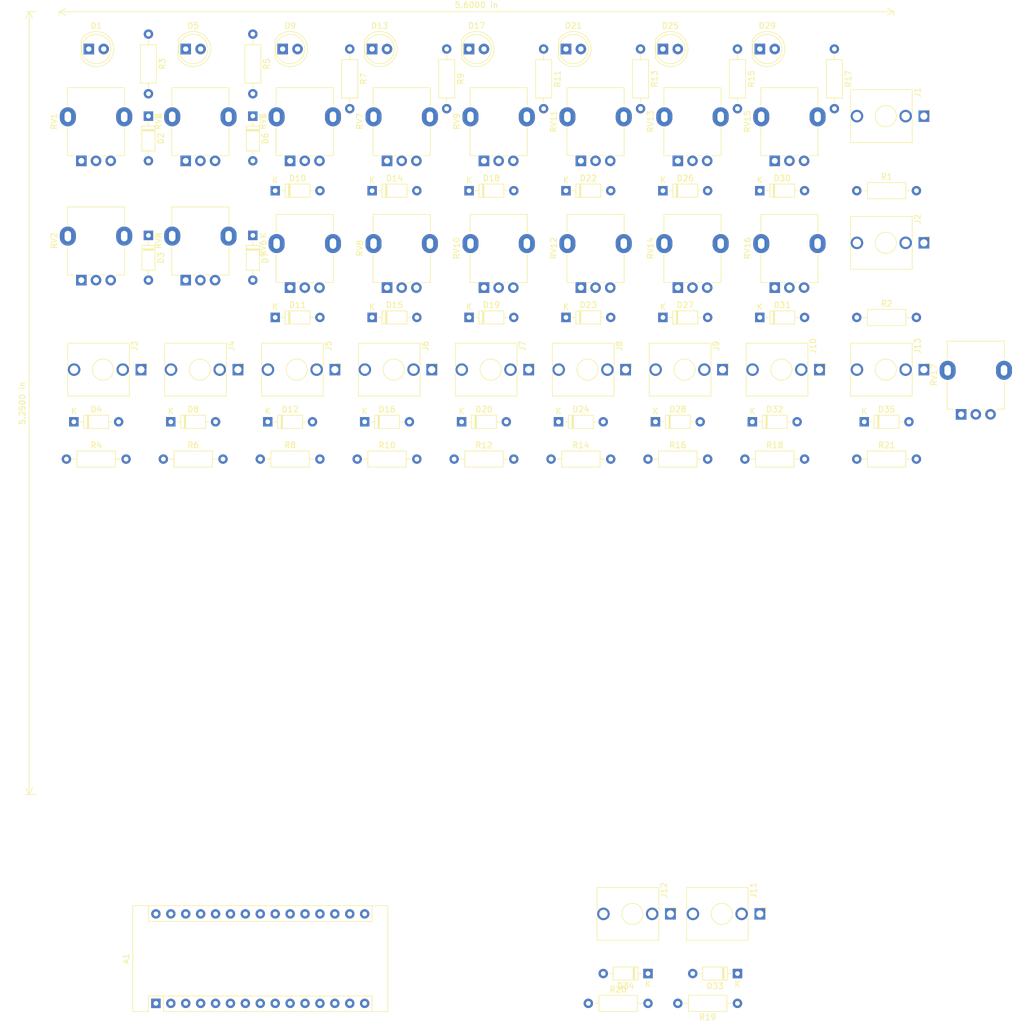
<source format=kicad_pcb>
(kicad_pcb (version 20171130) (host pcbnew "(5.1.2)-2")
  (layers (0 F.Cu signal) (31 B.Cu signal) (34 B.Paste user) (35 F.Paste user) (36 B.SilkS user) (37 F.SilkS user) (38 B.Mask user) (39 F.Mask user) (44 Edge.Cuts user))
  (net 0 "")
  (net 1 "Net-(A1-Pad16)")
  (net 2 "Net-(A1-Pad15)")
  (net 3 "Net-(A1-Pad30)")
  (net 4 "Net-(A1-Pad14)")
  (net 5 GND)
  (net 6 "Net-(A1-Pad13)")
  (net 7 "Net-(A1-Pad28)")
  (net 8 "Net-(A1-Pad12)")
  (net 9 +5V)
  (net 10 "Net-(A1-Pad11)")
  (net 11 "Net-(A1-Pad26)")
  (net 12 "Net-(A1-Pad10)")
  (net 13 "Net-(A1-Pad25)")
  (net 14 "Net-(A1-Pad9)")
  (net 15 "Net-(A1-Pad24)")
  (net 16 "Net-(A1-Pad8)")
  (net 17 "Net-(A1-Pad23)")
  (net 18 "Net-(A1-Pad7)")
  (net 19 "Net-(A1-Pad22)")
  (net 20 "Net-(A1-Pad6)")
  (net 21 "Net-(A1-Pad21)")
  (net 22 "Net-(A1-Pad5)")
  (net 23 "Net-(A1-Pad20)")
  (net 24 "Net-(A1-Pad4)")
  (net 25 "Net-(A1-Pad19)")
  (net 26 "Net-(A1-Pad3)")
  (net 27 "Net-(A1-Pad18)")
  (net 28 "Net-(A1-Pad2)")
  (net 29 "Net-(A1-Pad17)")
  (net 30 "Net-(A1-Pad1)")
  (net 31 "Net-(D2-Pad2)")
  (net 32 "Net-(D10-Pad1)")
  (net 33 "Net-(D3-Pad2)")
  (net 34 "Net-(D11-Pad1)")
  (net 35 "Net-(D4-Pad2)")
  (net 36 "Net-(D4-Pad1)")
  (net 37 "Net-(D6-Pad2)")
  (net 38 "Net-(D7-Pad2)")
  (net 39 "Net-(D8-Pad2)")
  (net 40 "Net-(D8-Pad1)")
  (net 41 "Net-(D10-Pad2)")
  (net 42 "Net-(D11-Pad2)")
  (net 43 "Net-(D12-Pad2)")
  (net 44 "Net-(D12-Pad1)")
  (net 45 "Net-(D14-Pad2)")
  (net 46 "Net-(D15-Pad2)")
  (net 47 "Net-(D16-Pad2)")
  (net 48 "Net-(D16-Pad1)")
  (net 49 "Net-(D18-Pad2)")
  (net 50 "Net-(D19-Pad2)")
  (net 51 "Net-(D20-Pad2)")
  (net 52 "Net-(D20-Pad1)")
  (net 53 "Net-(D22-Pad2)")
  (net 54 "Net-(D23-Pad2)")
  (net 55 "Net-(D24-Pad2)")
  (net 56 "Net-(D24-Pad1)")
  (net 57 "Net-(D26-Pad2)")
  (net 58 "Net-(D27-Pad2)")
  (net 59 "Net-(D28-Pad2)")
  (net 60 "Net-(D28-Pad1)")
  (net 61 "Net-(D30-Pad2)")
  (net 62 "Net-(D31-Pad2)")
  (net 63 "Net-(D32-Pad2)")
  (net 64 "Net-(D32-Pad1)")
  (net 65 "Net-(D33-Pad2)")
  (net 66 "Net-(D34-Pad2)")
  (net 67 "Net-(D35-Pad1)")
  (net 68 "Net-(D1-Pad2)")
  (net 69 "Net-(D5-Pad2)")
  (net 70 "Net-(D9-Pad2)")
  (net 71 "Net-(D13-Pad2)")
  (net 72 "Net-(D17-Pad2)")
  (net 73 "Net-(D21-Pad2)")
  (net 74 "Net-(D25-Pad2)")
  (net 75 "Net-(D29-Pad2)")
  (net 76 "Net-(J1-PadT)")
  (net 77 "Net-(J2-PadT)")
  (net 78 "Net-(J13-PadT)")
  (module Diode_THT:D_DO-35_SOD27_P7.62mm_Horizontal (layer F.Cu) (at 93.98 50.8)
    (fp_text reference D18 (at 3.81 -2.12) (layer F.SilkS))
    (fp_text value 1N4148)
    (fp_text user K (at 0 -1.8) (layer F.SilkS))
    (pad 2 thru_hole oval (at 7.62 0) (size 1.6 1.6) (drill 0.8) (layers *.Cu *.Mask) (net 49 "Net-(D18-Pad2)"))
    (pad 1 thru_hole rect (at 0 0) (size 1.6 1.6) (drill 0.8) (layers *.Cu *.Mask) (net 32 "Net-(D10-Pad1)"))
  )
  (module Diode_THT:D_DO-35_SOD27_P7.62mm_Horizontal (layer F.Cu) (at 60.96 50.8)
    (fp_text reference D10 (at 3.81 -2.12) (layer F.SilkS))
    (fp_text value 1N4148)
    (fp_text user K (at 0 -1.8) (layer F.SilkS))
    (pad 2 thru_hole oval (at 7.62 0) (size 1.6 1.6) (drill 0.8) (layers *.Cu *.Mask) (net 41 "Net-(D10-Pad2)"))
    (pad 1 thru_hole rect (at 0 0) (size 1.6 1.6) (drill 0.8) (layers *.Cu *.Mask) (net 32 "Net-(D10-Pad1)"))
  )
  (module Diode_THT:D_DO-35_SOD27_P7.62mm_Horizontal (layer F.Cu) (at 57.15 38.1 270)
    (fp_text reference D6 (at 3.81 -2.12 90) (layer F.SilkS))
    (fp_text value 1N4148)
    (fp_text user K (at 0 -1.8 90) (layer F.SilkS))
    (pad 2 thru_hole oval (at 7.62 0 270) (size 1.6 1.6) (drill 0.8) (layers *.Cu *.Mask) (net 37 "Net-(D6-Pad2)"))
    (pad 1 thru_hole rect (at 0 0 270) (size 1.6 1.6) (drill 0.8) (layers *.Cu *.Mask) (net 32 "Net-(D10-Pad1)"))
  )
  (module Diode_THT:D_DO-35_SOD27_P7.62mm_Horizontal (layer F.Cu) (at 77.47 50.8)
    (fp_text reference D14 (at 3.81 -2.12) (layer F.SilkS))
    (fp_text value 1N4148)
    (fp_text user K (at 0 -1.8) (layer F.SilkS))
    (pad 2 thru_hole oval (at 7.62 0) (size 1.6 1.6) (drill 0.8) (layers *.Cu *.Mask) (net 45 "Net-(D14-Pad2)"))
    (pad 1 thru_hole rect (at 0 0) (size 1.6 1.6) (drill 0.8) (layers *.Cu *.Mask) (net 32 "Net-(D10-Pad1)"))
  )
  (module Diode_THT:D_DO-35_SOD27_P7.62mm_Horizontal (layer F.Cu) (at 39.37 38.1 270)
    (fp_text reference D2 (at 3.81 -2.12 90) (layer F.SilkS))
    (fp_text value 1N4148)
    (fp_text user K (at 0 -1.8 90) (layer F.SilkS))
    (pad 2 thru_hole oval (at 7.62 0 270) (size 1.6 1.6) (drill 0.8) (layers *.Cu *.Mask) (net 31 "Net-(D2-Pad2)"))
    (pad 1 thru_hole rect (at 0 0 270) (size 1.6 1.6) (drill 0.8) (layers *.Cu *.Mask) (net 32 "Net-(D10-Pad1)"))
  )
  (module Resistor_THT:R_Axial_DIN0207_L6.3mm_D2.5mm_P10.16mm_Horizontal (layer F.Cu) (at 160.02 50.8)
    (fp_text reference R1 (at 5.08 -2.37) (layer F.SilkS))
    (fp_text value 1k)
    (pad 2 thru_hole oval (at 10.16 0) (size 1.6 1.6) (drill 0.8) (layers *.Cu *.Mask) (net 76 "Net-(J1-PadT)"))
    (pad 1 thru_hole circle (at 0 0) (size 1.6 1.6) (drill 0.8) (layers *.Cu *.Mask) (net 32 "Net-(D10-Pad1)"))
  )
  (module Diode_THT:D_DO-35_SOD27_P7.62mm_Horizontal (layer F.Cu) (at 127 50.8)
    (fp_text reference D26 (at 3.81 -2.12) (layer F.SilkS))
    (fp_text value 1N4148)
    (fp_text user K (at 0 -1.8) (layer F.SilkS))
    (pad 2 thru_hole oval (at 7.62 0) (size 1.6 1.6) (drill 0.8) (layers *.Cu *.Mask) (net 57 "Net-(D26-Pad2)"))
    (pad 1 thru_hole rect (at 0 0) (size 1.6 1.6) (drill 0.8) (layers *.Cu *.Mask) (net 32 "Net-(D10-Pad1)"))
  )
  (module Diode_THT:D_DO-35_SOD27_P7.62mm_Horizontal (layer F.Cu) (at 143.51 50.8)
    (fp_text reference D30 (at 3.81 -2.12) (layer F.SilkS))
    (fp_text value 1N4148)
    (fp_text user K (at 0 -1.8) (layer F.SilkS))
    (pad 2 thru_hole oval (at 7.62 0) (size 1.6 1.6) (drill 0.8) (layers *.Cu *.Mask) (net 61 "Net-(D30-Pad2)"))
    (pad 1 thru_hole rect (at 0 0) (size 1.6 1.6) (drill 0.8) (layers *.Cu *.Mask) (net 32 "Net-(D10-Pad1)"))
  )
  (module Diode_THT:D_DO-35_SOD27_P7.62mm_Horizontal (layer F.Cu) (at 110.49 50.8)
    (fp_text reference D22 (at 3.81 -2.12) (layer F.SilkS))
    (fp_text value 1N4148)
    (fp_text user K (at 0 -1.8) (layer F.SilkS))
    (pad 2 thru_hole oval (at 7.62 0) (size 1.6 1.6) (drill 0.8) (layers *.Cu *.Mask) (net 53 "Net-(D22-Pad2)"))
    (pad 1 thru_hole rect (at 0 0) (size 1.6 1.6) (drill 0.8) (layers *.Cu *.Mask) (net 32 "Net-(D10-Pad1)"))
  )
  (module Potentiometer_THT:Potentiometer_Alpha_RD901F-40-00D_Single_Vertical (layer F.Cu) (at 177.8 88.9 90)
    (fp_text reference RV17 (at 6.71 -4.64 270) (layer F.SilkS))
    (fp_text value "100k Lin")
    (pad "" thru_hole oval (at 7.5 -2.3 180) (size 2.72 3.24) (drill oval 1.1 1.8) (layers *.Cu *.Mask))
    (pad "" thru_hole oval (at 7.5 7.3 180) (size 2.72 3.24) (drill oval 1.1 1.8) (layers *.Cu *.Mask))
    (pad 3 thru_hole circle (at 0 5 180) (size 1.8 1.8) (drill 1) (layers *.Cu *.Mask) (net 9 +5V))
    (pad 2 thru_hole circle (at 0 2.5 180) (size 1.8 1.8) (drill 1) (layers *.Cu *.Mask) (net 23 "Net-(A1-Pad20)"))
    (pad 1 thru_hole rect (at 0 0 180) (size 1.8 1.8) (drill 1) (layers *.Cu *.Mask) (net 5 GND))
  )
  (module Potentiometer_THT:Potentiometer_Alpha_RD901F-40-00D_Single_Vertical (layer F.Cu) (at 146.05 67.31 90)
    (fp_text reference RV16 (at 6.71 -4.64 270) (layer F.SilkS))
    (fp_text value "100k Lin")
    (pad "" thru_hole oval (at 7.5 -2.3 180) (size 2.72 3.24) (drill oval 1.1 1.8) (layers *.Cu *.Mask))
    (pad "" thru_hole oval (at 7.5 7.3 180) (size 2.72 3.24) (drill oval 1.1 1.8) (layers *.Cu *.Mask))
    (pad 3 thru_hole circle (at 0 5 180) (size 1.8 1.8) (drill 1) (layers *.Cu *.Mask) (net 8 "Net-(A1-Pad12)"))
    (pad 2 thru_hole circle (at 0 2.5 180) (size 1.8 1.8) (drill 1) (layers *.Cu *.Mask) (net 62 "Net-(D31-Pad2)"))
    (pad 1 thru_hole rect (at 0 0 180) (size 1.8 1.8) (drill 1) (layers *.Cu *.Mask) (net 5 GND))
  )
  (module Potentiometer_THT:Potentiometer_Alpha_RD901F-40-00D_Single_Vertical (layer F.Cu) (at 146.05 45.72 90)
    (fp_text reference RV15 (at 6.71 -4.64 270) (layer F.SilkS))
    (fp_text value "100k Lin")
    (pad "" thru_hole oval (at 7.5 -2.3 180) (size 2.72 3.24) (drill oval 1.1 1.8) (layers *.Cu *.Mask))
    (pad "" thru_hole oval (at 7.5 7.3 180) (size 2.72 3.24) (drill oval 1.1 1.8) (layers *.Cu *.Mask))
    (pad 3 thru_hole circle (at 0 5 180) (size 1.8 1.8) (drill 1) (layers *.Cu *.Mask) (net 8 "Net-(A1-Pad12)"))
    (pad 2 thru_hole circle (at 0 2.5 180) (size 1.8 1.8) (drill 1) (layers *.Cu *.Mask) (net 61 "Net-(D30-Pad2)"))
    (pad 1 thru_hole rect (at 0 0 180) (size 1.8 1.8) (drill 1) (layers *.Cu *.Mask) (net 5 GND))
  )
  (module Potentiometer_THT:Potentiometer_Alpha_RD901F-40-00D_Single_Vertical (layer F.Cu) (at 129.54 67.31 90)
    (fp_text reference RV14 (at 6.71 -4.64 270) (layer F.SilkS))
    (fp_text value "100k Lin")
    (pad "" thru_hole oval (at 7.5 -2.3 180) (size 2.72 3.24) (drill oval 1.1 1.8) (layers *.Cu *.Mask))
    (pad "" thru_hole oval (at 7.5 7.3 180) (size 2.72 3.24) (drill oval 1.1 1.8) (layers *.Cu *.Mask))
    (pad 3 thru_hole circle (at 0 5 180) (size 1.8 1.8) (drill 1) (layers *.Cu *.Mask) (net 10 "Net-(A1-Pad11)"))
    (pad 2 thru_hole circle (at 0 2.5 180) (size 1.8 1.8) (drill 1) (layers *.Cu *.Mask) (net 58 "Net-(D27-Pad2)"))
    (pad 1 thru_hole rect (at 0 0 180) (size 1.8 1.8) (drill 1) (layers *.Cu *.Mask) (net 5 GND))
  )
  (module Potentiometer_THT:Potentiometer_Alpha_RD901F-40-00D_Single_Vertical (layer F.Cu) (at 129.54 45.72 90)
    (fp_text reference RV13 (at 6.71 -4.64 270) (layer F.SilkS))
    (fp_text value "100k Lin")
    (pad "" thru_hole oval (at 7.5 -2.3 180) (size 2.72 3.24) (drill oval 1.1 1.8) (layers *.Cu *.Mask))
    (pad "" thru_hole oval (at 7.5 7.3 180) (size 2.72 3.24) (drill oval 1.1 1.8) (layers *.Cu *.Mask))
    (pad 3 thru_hole circle (at 0 5 180) (size 1.8 1.8) (drill 1) (layers *.Cu *.Mask) (net 10 "Net-(A1-Pad11)"))
    (pad 2 thru_hole circle (at 0 2.5 180) (size 1.8 1.8) (drill 1) (layers *.Cu *.Mask) (net 57 "Net-(D26-Pad2)"))
    (pad 1 thru_hole rect (at 0 0 180) (size 1.8 1.8) (drill 1) (layers *.Cu *.Mask) (net 5 GND))
  )
  (module Potentiometer_THT:Potentiometer_Alpha_RD901F-40-00D_Single_Vertical (layer F.Cu) (at 113.03 67.31 90)
    (fp_text reference RV12 (at 6.71 -4.64 270) (layer F.SilkS))
    (fp_text value "100k Lin")
    (pad "" thru_hole oval (at 7.5 -2.3 180) (size 2.72 3.24) (drill oval 1.1 1.8) (layers *.Cu *.Mask))
    (pad "" thru_hole oval (at 7.5 7.3 180) (size 2.72 3.24) (drill oval 1.1 1.8) (layers *.Cu *.Mask))
    (pad 3 thru_hole circle (at 0 5 180) (size 1.8 1.8) (drill 1) (layers *.Cu *.Mask) (net 12 "Net-(A1-Pad10)"))
    (pad 2 thru_hole circle (at 0 2.5 180) (size 1.8 1.8) (drill 1) (layers *.Cu *.Mask) (net 54 "Net-(D23-Pad2)"))
    (pad 1 thru_hole rect (at 0 0 180) (size 1.8 1.8) (drill 1) (layers *.Cu *.Mask) (net 5 GND))
  )
  (module Potentiometer_THT:Potentiometer_Alpha_RD901F-40-00D_Single_Vertical (layer F.Cu) (at 113.03 45.72 90)
    (fp_text reference RV11 (at 6.71 -4.64 270) (layer F.SilkS))
    (fp_text value "100k Lin")
    (pad "" thru_hole oval (at 7.5 -2.3 180) (size 2.72 3.24) (drill oval 1.1 1.8) (layers *.Cu *.Mask))
    (pad "" thru_hole oval (at 7.5 7.3 180) (size 2.72 3.24) (drill oval 1.1 1.8) (layers *.Cu *.Mask))
    (pad 3 thru_hole circle (at 0 5 180) (size 1.8 1.8) (drill 1) (layers *.Cu *.Mask) (net 12 "Net-(A1-Pad10)"))
    (pad 2 thru_hole circle (at 0 2.5 180) (size 1.8 1.8) (drill 1) (layers *.Cu *.Mask) (net 53 "Net-(D22-Pad2)"))
    (pad 1 thru_hole rect (at 0 0 180) (size 1.8 1.8) (drill 1) (layers *.Cu *.Mask) (net 5 GND))
  )
  (module Potentiometer_THT:Potentiometer_Alpha_RD901F-40-00D_Single_Vertical (layer F.Cu) (at 96.52 67.31 90)
    (fp_text reference RV10 (at 6.71 -4.64 270) (layer F.SilkS))
    (fp_text value "100k Lin")
    (pad "" thru_hole oval (at 7.5 -2.3 180) (size 2.72 3.24) (drill oval 1.1 1.8) (layers *.Cu *.Mask))
    (pad "" thru_hole oval (at 7.5 7.3 180) (size 2.72 3.24) (drill oval 1.1 1.8) (layers *.Cu *.Mask))
    (pad 3 thru_hole circle (at 0 5 180) (size 1.8 1.8) (drill 1) (layers *.Cu *.Mask) (net 14 "Net-(A1-Pad9)"))
    (pad 2 thru_hole circle (at 0 2.5 180) (size 1.8 1.8) (drill 1) (layers *.Cu *.Mask) (net 50 "Net-(D19-Pad2)"))
    (pad 1 thru_hole rect (at 0 0 180) (size 1.8 1.8) (drill 1) (layers *.Cu *.Mask) (net 5 GND))
  )
  (module Potentiometer_THT:Potentiometer_Alpha_RD901F-40-00D_Single_Vertical (layer F.Cu) (at 96.52 45.72 90)
    (fp_text reference RV9 (at 6.71 -4.64 270) (layer F.SilkS))
    (fp_text value "100k Lin")
    (pad "" thru_hole oval (at 7.5 -2.3 180) (size 2.72 3.24) (drill oval 1.1 1.8) (layers *.Cu *.Mask))
    (pad "" thru_hole oval (at 7.5 7.3 180) (size 2.72 3.24) (drill oval 1.1 1.8) (layers *.Cu *.Mask))
    (pad 3 thru_hole circle (at 0 5 180) (size 1.8 1.8) (drill 1) (layers *.Cu *.Mask) (net 14 "Net-(A1-Pad9)"))
    (pad 2 thru_hole circle (at 0 2.5 180) (size 1.8 1.8) (drill 1) (layers *.Cu *.Mask) (net 49 "Net-(D18-Pad2)"))
    (pad 1 thru_hole rect (at 0 0 180) (size 1.8 1.8) (drill 1) (layers *.Cu *.Mask) (net 5 GND))
  )
  (module Potentiometer_THT:Potentiometer_Alpha_RD901F-40-00D_Single_Vertical (layer F.Cu) (at 80.01 67.31 90)
    (fp_text reference RV8 (at 6.71 -4.64 270) (layer F.SilkS))
    (fp_text value "100k Lin")
    (pad "" thru_hole oval (at 7.5 -2.3 180) (size 2.72 3.24) (drill oval 1.1 1.8) (layers *.Cu *.Mask))
    (pad "" thru_hole oval (at 7.5 7.3 180) (size 2.72 3.24) (drill oval 1.1 1.8) (layers *.Cu *.Mask))
    (pad 3 thru_hole circle (at 0 5 180) (size 1.8 1.8) (drill 1) (layers *.Cu *.Mask) (net 16 "Net-(A1-Pad8)"))
    (pad 2 thru_hole circle (at 0 2.5 180) (size 1.8 1.8) (drill 1) (layers *.Cu *.Mask) (net 46 "Net-(D15-Pad2)"))
    (pad 1 thru_hole rect (at 0 0 180) (size 1.8 1.8) (drill 1) (layers *.Cu *.Mask) (net 5 GND))
  )
  (module Potentiometer_THT:Potentiometer_Alpha_RD901F-40-00D_Single_Vertical (layer F.Cu) (at 80.01 45.72 90)
    (fp_text reference RV7 (at 6.71 -4.64 270) (layer F.SilkS))
    (fp_text value "100k Lin")
    (pad "" thru_hole oval (at 7.5 -2.3 180) (size 2.72 3.24) (drill oval 1.1 1.8) (layers *.Cu *.Mask))
    (pad "" thru_hole oval (at 7.5 7.3 180) (size 2.72 3.24) (drill oval 1.1 1.8) (layers *.Cu *.Mask))
    (pad 3 thru_hole circle (at 0 5 180) (size 1.8 1.8) (drill 1) (layers *.Cu *.Mask) (net 16 "Net-(A1-Pad8)"))
    (pad 2 thru_hole circle (at 0 2.5 180) (size 1.8 1.8) (drill 1) (layers *.Cu *.Mask) (net 45 "Net-(D14-Pad2)"))
    (pad 1 thru_hole rect (at 0 0 180) (size 1.8 1.8) (drill 1) (layers *.Cu *.Mask) (net 5 GND))
  )
  (module Potentiometer_THT:Potentiometer_Alpha_RD901F-40-00D_Single_Vertical (layer F.Cu) (at 63.5 67.31 90)
    (fp_text reference RV6 (at 6.71 -4.64 270) (layer F.SilkS))
    (fp_text value "100k Lin")
    (pad "" thru_hole oval (at 7.5 -2.3 180) (size 2.72 3.24) (drill oval 1.1 1.8) (layers *.Cu *.Mask))
    (pad "" thru_hole oval (at 7.5 7.3 180) (size 2.72 3.24) (drill oval 1.1 1.8) (layers *.Cu *.Mask))
    (pad 3 thru_hole circle (at 0 5 180) (size 1.8 1.8) (drill 1) (layers *.Cu *.Mask) (net 18 "Net-(A1-Pad7)"))
    (pad 2 thru_hole circle (at 0 2.5 180) (size 1.8 1.8) (drill 1) (layers *.Cu *.Mask) (net 42 "Net-(D11-Pad2)"))
    (pad 1 thru_hole rect (at 0 0 180) (size 1.8 1.8) (drill 1) (layers *.Cu *.Mask) (net 5 GND))
  )
  (module Potentiometer_THT:Potentiometer_Alpha_RD901F-40-00D_Single_Vertical (layer F.Cu) (at 63.5 45.72 90)
    (fp_text reference RV5 (at 6.71 -4.64 270) (layer F.SilkS))
    (fp_text value "100k Lin")
    (pad "" thru_hole oval (at 7.5 -2.3 180) (size 2.72 3.24) (drill oval 1.1 1.8) (layers *.Cu *.Mask))
    (pad "" thru_hole oval (at 7.5 7.3 180) (size 2.72 3.24) (drill oval 1.1 1.8) (layers *.Cu *.Mask))
    (pad 3 thru_hole circle (at 0 5 180) (size 1.8 1.8) (drill 1) (layers *.Cu *.Mask) (net 18 "Net-(A1-Pad7)"))
    (pad 2 thru_hole circle (at 0 2.5 180) (size 1.8 1.8) (drill 1) (layers *.Cu *.Mask) (net 41 "Net-(D10-Pad2)"))
    (pad 1 thru_hole rect (at 0 0 180) (size 1.8 1.8) (drill 1) (layers *.Cu *.Mask) (net 5 GND))
  )
  (module Potentiometer_THT:Potentiometer_Alpha_RD901F-40-00D_Single_Vertical (layer F.Cu) (at 45.72 66.04 90)
    (fp_text reference RV4 (at 6.71 -4.64 270) (layer F.SilkS))
    (fp_text value "100k Lin")
    (pad "" thru_hole oval (at 7.5 -2.3 180) (size 2.72 3.24) (drill oval 1.1 1.8) (layers *.Cu *.Mask))
    (pad "" thru_hole oval (at 7.5 7.3 180) (size 2.72 3.24) (drill oval 1.1 1.8) (layers *.Cu *.Mask))
    (pad 3 thru_hole circle (at 0 5 180) (size 1.8 1.8) (drill 1) (layers *.Cu *.Mask) (net 20 "Net-(A1-Pad6)"))
    (pad 2 thru_hole circle (at 0 2.5 180) (size 1.8 1.8) (drill 1) (layers *.Cu *.Mask) (net 38 "Net-(D7-Pad2)"))
    (pad 1 thru_hole rect (at 0 0 180) (size 1.8 1.8) (drill 1) (layers *.Cu *.Mask) (net 5 GND))
  )
  (module Potentiometer_THT:Potentiometer_Alpha_RD901F-40-00D_Single_Vertical (layer F.Cu) (at 45.72 45.72 90)
    (fp_text reference RV3 (at 6.71 -4.64 270) (layer F.SilkS))
    (fp_text value "100k Lin")
    (pad "" thru_hole oval (at 7.5 -2.3 180) (size 2.72 3.24) (drill oval 1.1 1.8) (layers *.Cu *.Mask))
    (pad "" thru_hole oval (at 7.5 7.3 180) (size 2.72 3.24) (drill oval 1.1 1.8) (layers *.Cu *.Mask))
    (pad 3 thru_hole circle (at 0 5 180) (size 1.8 1.8) (drill 1) (layers *.Cu *.Mask) (net 20 "Net-(A1-Pad6)"))
    (pad 2 thru_hole circle (at 0 2.5 180) (size 1.8 1.8) (drill 1) (layers *.Cu *.Mask) (net 37 "Net-(D6-Pad2)"))
    (pad 1 thru_hole rect (at 0 0 180) (size 1.8 1.8) (drill 1) (layers *.Cu *.Mask) (net 5 GND))
  )
  (module Potentiometer_THT:Potentiometer_Alpha_RD901F-40-00D_Single_Vertical (layer F.Cu) (at 27.94 66.04 90)
    (fp_text reference RV2 (at 6.71 -4.64 270) (layer F.SilkS))
    (fp_text value "100k Lin")
    (pad "" thru_hole oval (at 7.5 -2.3 180) (size 2.72 3.24) (drill oval 1.1 1.8) (layers *.Cu *.Mask))
    (pad "" thru_hole oval (at 7.5 7.3 180) (size 2.72 3.24) (drill oval 1.1 1.8) (layers *.Cu *.Mask))
    (pad 3 thru_hole circle (at 0 5 180) (size 1.8 1.8) (drill 1) (layers *.Cu *.Mask) (net 22 "Net-(A1-Pad5)"))
    (pad 2 thru_hole circle (at 0 2.5 180) (size 1.8 1.8) (drill 1) (layers *.Cu *.Mask) (net 33 "Net-(D3-Pad2)"))
    (pad 1 thru_hole rect (at 0 0 180) (size 1.8 1.8) (drill 1) (layers *.Cu *.Mask) (net 5 GND))
  )
  (module Potentiometer_THT:Potentiometer_Alpha_RD901F-40-00D_Single_Vertical (layer F.Cu) (at 27.94 45.72 90)
    (fp_text reference RV1 (at 6.71 -4.64 270) (layer F.SilkS))
    (fp_text value "100k Lin")
    (pad "" thru_hole oval (at 7.5 -2.3 180) (size 2.72 3.24) (drill oval 1.1 1.8) (layers *.Cu *.Mask))
    (pad "" thru_hole oval (at 7.5 7.3 180) (size 2.72 3.24) (drill oval 1.1 1.8) (layers *.Cu *.Mask))
    (pad 3 thru_hole circle (at 0 5 180) (size 1.8 1.8) (drill 1) (layers *.Cu *.Mask) (net 22 "Net-(A1-Pad5)"))
    (pad 2 thru_hole circle (at 0 2.5 180) (size 1.8 1.8) (drill 1) (layers *.Cu *.Mask) (net 31 "Net-(D2-Pad2)"))
    (pad 1 thru_hole rect (at 0 0 180) (size 1.8 1.8) (drill 1) (layers *.Cu *.Mask) (net 5 GND))
  )
  (module Resistor_THT:R_Axial_DIN0207_L6.3mm_D2.5mm_P10.16mm_Horizontal (layer F.Cu) (at 160.02 96.52)
    (fp_text reference R21 (at 5.08 -2.37) (layer F.SilkS))
    (fp_text value 1k)
    (pad 2 thru_hole oval (at 10.16 0) (size 1.6 1.6) (drill 0.8) (layers *.Cu *.Mask) (net 67 "Net-(D35-Pad1)"))
    (pad 1 thru_hole circle (at 0 0) (size 1.6 1.6) (drill 0.8) (layers *.Cu *.Mask) (net 78 "Net-(J13-PadT)"))
  )
  (module Resistor_THT:R_Axial_DIN0207_L6.3mm_D2.5mm_P10.16mm_Horizontal (layer F.Cu) (at 114.3 189.23)
    (fp_text reference R20 (at 5.08 -2.37) (layer F.SilkS))
    (fp_text value 10k)
    (pad 2 thru_hole oval (at 10.16 0) (size 1.6 1.6) (drill 0.8) (layers *.Cu *.Mask) (net 66 "Net-(D34-Pad2)"))
    (pad 1 thru_hole circle (at 0 0) (size 1.6 1.6) (drill 0.8) (layers *.Cu *.Mask) (net 5 GND))
  )
  (module Resistor_THT:R_Axial_DIN0207_L6.3mm_D2.5mm_P10.16mm_Horizontal (layer F.Cu) (at 139.7 189.23 180)
    (fp_text reference R19 (at 5.08 -2.37) (layer F.SilkS))
    (fp_text value 10k)
    (pad 2 thru_hole oval (at 10.16 0 180) (size 1.6 1.6) (drill 0.8) (layers *.Cu *.Mask) (net 65 "Net-(D33-Pad2)"))
    (pad 1 thru_hole circle (at 0 0 180) (size 1.6 1.6) (drill 0.8) (layers *.Cu *.Mask) (net 5 GND))
  )
  (module Resistor_THT:R_Axial_DIN0207_L6.3mm_D2.5mm_P10.16mm_Horizontal (layer F.Cu) (at 140.97 96.52)
    (fp_text reference R18 (at 5.08 -2.37) (layer F.SilkS))
    (fp_text value 1k)
    (pad 2 thru_hole oval (at 10.16 0) (size 1.6 1.6) (drill 0.8) (layers *.Cu *.Mask) (net 63 "Net-(D32-Pad2)"))
    (pad 1 thru_hole circle (at 0 0) (size 1.6 1.6) (drill 0.8) (layers *.Cu *.Mask) (net 8 "Net-(A1-Pad12)"))
  )
  (module Resistor_THT:R_Axial_DIN0207_L6.3mm_D2.5mm_P10.16mm_Horizontal (layer F.Cu) (at 156.21 26.67 270)
    (fp_text reference R17 (at 5.08 -2.37 90) (layer F.SilkS))
    (fp_text value 1k)
    (pad 2 thru_hole oval (at 10.16 0 270) (size 1.6 1.6) (drill 0.8) (layers *.Cu *.Mask) (net 8 "Net-(A1-Pad12)"))
    (pad 1 thru_hole circle (at 0 0 270) (size 1.6 1.6) (drill 0.8) (layers *.Cu *.Mask) (net 75 "Net-(D29-Pad2)"))
  )
  (module Resistor_THT:R_Axial_DIN0207_L6.3mm_D2.5mm_P10.16mm_Horizontal (layer F.Cu) (at 124.46 96.52)
    (fp_text reference R16 (at 5.08 -2.37) (layer F.SilkS))
    (fp_text value 1k)
    (pad 2 thru_hole oval (at 10.16 0) (size 1.6 1.6) (drill 0.8) (layers *.Cu *.Mask) (net 59 "Net-(D28-Pad2)"))
    (pad 1 thru_hole circle (at 0 0) (size 1.6 1.6) (drill 0.8) (layers *.Cu *.Mask) (net 10 "Net-(A1-Pad11)"))
  )
  (module Resistor_THT:R_Axial_DIN0207_L6.3mm_D2.5mm_P10.16mm_Horizontal (layer F.Cu) (at 139.7 26.67 270)
    (fp_text reference R15 (at 5.08 -2.37 90) (layer F.SilkS))
    (fp_text value 1k)
    (pad 2 thru_hole oval (at 10.16 0 270) (size 1.6 1.6) (drill 0.8) (layers *.Cu *.Mask) (net 10 "Net-(A1-Pad11)"))
    (pad 1 thru_hole circle (at 0 0 270) (size 1.6 1.6) (drill 0.8) (layers *.Cu *.Mask) (net 74 "Net-(D25-Pad2)"))
  )
  (module Resistor_THT:R_Axial_DIN0207_L6.3mm_D2.5mm_P10.16mm_Horizontal (layer F.Cu) (at 107.95 96.52)
    (fp_text reference R14 (at 5.08 -2.37) (layer F.SilkS))
    (fp_text value 1k)
    (pad 2 thru_hole oval (at 10.16 0) (size 1.6 1.6) (drill 0.8) (layers *.Cu *.Mask) (net 55 "Net-(D24-Pad2)"))
    (pad 1 thru_hole circle (at 0 0) (size 1.6 1.6) (drill 0.8) (layers *.Cu *.Mask) (net 12 "Net-(A1-Pad10)"))
  )
  (module Resistor_THT:R_Axial_DIN0207_L6.3mm_D2.5mm_P10.16mm_Horizontal (layer F.Cu) (at 123.19 26.67 270)
    (fp_text reference R13 (at 5.08 -2.37 90) (layer F.SilkS))
    (fp_text value 1k)
    (pad 2 thru_hole oval (at 10.16 0 270) (size 1.6 1.6) (drill 0.8) (layers *.Cu *.Mask) (net 12 "Net-(A1-Pad10)"))
    (pad 1 thru_hole circle (at 0 0 270) (size 1.6 1.6) (drill 0.8) (layers *.Cu *.Mask) (net 73 "Net-(D21-Pad2)"))
  )
  (module Resistor_THT:R_Axial_DIN0207_L6.3mm_D2.5mm_P10.16mm_Horizontal (layer F.Cu) (at 91.44 96.52)
    (fp_text reference R12 (at 5.08 -2.37) (layer F.SilkS))
    (fp_text value 1k)
    (pad 2 thru_hole oval (at 10.16 0) (size 1.6 1.6) (drill 0.8) (layers *.Cu *.Mask) (net 51 "Net-(D20-Pad2)"))
    (pad 1 thru_hole circle (at 0 0) (size 1.6 1.6) (drill 0.8) (layers *.Cu *.Mask) (net 14 "Net-(A1-Pad9)"))
  )
  (module Resistor_THT:R_Axial_DIN0207_L6.3mm_D2.5mm_P10.16mm_Horizontal (layer F.Cu) (at 106.68 26.67 270)
    (fp_text reference R11 (at 5.08 -2.37 90) (layer F.SilkS))
    (fp_text value 1k)
    (pad 2 thru_hole oval (at 10.16 0 270) (size 1.6 1.6) (drill 0.8) (layers *.Cu *.Mask) (net 14 "Net-(A1-Pad9)"))
    (pad 1 thru_hole circle (at 0 0 270) (size 1.6 1.6) (drill 0.8) (layers *.Cu *.Mask) (net 72 "Net-(D17-Pad2)"))
  )
  (module Resistor_THT:R_Axial_DIN0207_L6.3mm_D2.5mm_P10.16mm_Horizontal (layer F.Cu) (at 74.93 96.52)
    (fp_text reference R10 (at 5.08 -2.37) (layer F.SilkS))
    (fp_text value 1k)
    (pad 2 thru_hole oval (at 10.16 0) (size 1.6 1.6) (drill 0.8) (layers *.Cu *.Mask) (net 47 "Net-(D16-Pad2)"))
    (pad 1 thru_hole circle (at 0 0) (size 1.6 1.6) (drill 0.8) (layers *.Cu *.Mask) (net 16 "Net-(A1-Pad8)"))
  )
  (module Resistor_THT:R_Axial_DIN0207_L6.3mm_D2.5mm_P10.16mm_Horizontal (layer F.Cu) (at 90.17 26.67 270)
    (fp_text reference R9 (at 5.08 -2.37 90) (layer F.SilkS))
    (fp_text value 1k)
    (pad 2 thru_hole oval (at 10.16 0 270) (size 1.6 1.6) (drill 0.8) (layers *.Cu *.Mask) (net 16 "Net-(A1-Pad8)"))
    (pad 1 thru_hole circle (at 0 0 270) (size 1.6 1.6) (drill 0.8) (layers *.Cu *.Mask) (net 71 "Net-(D13-Pad2)"))
  )
  (module Resistor_THT:R_Axial_DIN0207_L6.3mm_D2.5mm_P10.16mm_Horizontal (layer F.Cu) (at 58.42 96.52)
    (fp_text reference R8 (at 5.08 -2.37) (layer F.SilkS))
    (fp_text value 1k)
    (pad 2 thru_hole oval (at 10.16 0) (size 1.6 1.6) (drill 0.8) (layers *.Cu *.Mask) (net 43 "Net-(D12-Pad2)"))
    (pad 1 thru_hole circle (at 0 0) (size 1.6 1.6) (drill 0.8) (layers *.Cu *.Mask) (net 18 "Net-(A1-Pad7)"))
  )
  (module Resistor_THT:R_Axial_DIN0207_L6.3mm_D2.5mm_P10.16mm_Horizontal (layer F.Cu) (at 73.66 26.67 270)
    (fp_text reference R7 (at 5.08 -2.37 90) (layer F.SilkS))
    (fp_text value 1k)
    (pad 2 thru_hole oval (at 10.16 0 270) (size 1.6 1.6) (drill 0.8) (layers *.Cu *.Mask) (net 18 "Net-(A1-Pad7)"))
    (pad 1 thru_hole circle (at 0 0 270) (size 1.6 1.6) (drill 0.8) (layers *.Cu *.Mask) (net 70 "Net-(D9-Pad2)"))
  )
  (module Resistor_THT:R_Axial_DIN0207_L6.3mm_D2.5mm_P10.16mm_Horizontal (layer F.Cu) (at 41.91 96.52)
    (fp_text reference R6 (at 5.08 -2.37) (layer F.SilkS))
    (fp_text value 1k)
    (pad 2 thru_hole oval (at 10.16 0) (size 1.6 1.6) (drill 0.8) (layers *.Cu *.Mask) (net 39 "Net-(D8-Pad2)"))
    (pad 1 thru_hole circle (at 0 0) (size 1.6 1.6) (drill 0.8) (layers *.Cu *.Mask) (net 20 "Net-(A1-Pad6)"))
  )
  (module Resistor_THT:R_Axial_DIN0207_L6.3mm_D2.5mm_P10.16mm_Horizontal (layer F.Cu) (at 57.15 24.13 270)
    (fp_text reference R5 (at 5.08 -2.37 90) (layer F.SilkS))
    (fp_text value 1k)
    (pad 2 thru_hole oval (at 10.16 0 270) (size 1.6 1.6) (drill 0.8) (layers *.Cu *.Mask) (net 20 "Net-(A1-Pad6)"))
    (pad 1 thru_hole circle (at 0 0 270) (size 1.6 1.6) (drill 0.8) (layers *.Cu *.Mask) (net 69 "Net-(D5-Pad2)"))
  )
  (module Resistor_THT:R_Axial_DIN0207_L6.3mm_D2.5mm_P10.16mm_Horizontal (layer F.Cu) (at 25.4 96.52)
    (fp_text reference R4 (at 5.08 -2.37) (layer F.SilkS))
    (fp_text value 1k)
    (pad 2 thru_hole oval (at 10.16 0) (size 1.6 1.6) (drill 0.8) (layers *.Cu *.Mask) (net 35 "Net-(D4-Pad2)"))
    (pad 1 thru_hole circle (at 0 0) (size 1.6 1.6) (drill 0.8) (layers *.Cu *.Mask) (net 22 "Net-(A1-Pad5)"))
  )
  (module Resistor_THT:R_Axial_DIN0207_L6.3mm_D2.5mm_P10.16mm_Horizontal (layer F.Cu) (at 39.37 24.13 270)
    (fp_text reference R3 (at 5.08 -2.37 90) (layer F.SilkS))
    (fp_text value 1k)
    (pad 2 thru_hole oval (at 10.16 0 270) (size 1.6 1.6) (drill 0.8) (layers *.Cu *.Mask) (net 22 "Net-(A1-Pad5)"))
    (pad 1 thru_hole circle (at 0 0 270) (size 1.6 1.6) (drill 0.8) (layers *.Cu *.Mask) (net 68 "Net-(D1-Pad2)"))
  )
  (module Resistor_THT:R_Axial_DIN0207_L6.3mm_D2.5mm_P10.16mm_Horizontal (layer F.Cu) (at 160.02 72.39)
    (fp_text reference R2 (at 5.08 -2.37) (layer F.SilkS))
    (fp_text value 1k)
    (pad 2 thru_hole oval (at 10.16 0) (size 1.6 1.6) (drill 0.8) (layers *.Cu *.Mask) (net 77 "Net-(J2-PadT)"))
    (pad 1 thru_hole circle (at 0 0) (size 1.6 1.6) (drill 0.8) (layers *.Cu *.Mask) (net 34 "Net-(D11-Pad1)"))
  )
  (module Connector_Audio:Jack_3.5mm_QingPu_WQP-PJ398SM_Vertical_CircularHoles (layer F.Cu) (at 171.45 81.28 270)
    (fp_text reference J13 (at -4.03 1.08 270) (layer F.SilkS))
    (fp_text value "Gate Out")
    (pad T thru_hole circle (at 0 11.4 90) (size 2.13 2.13) (drill 1.43) (layers *.Cu *.Mask) (net 78 "Net-(J13-PadT)"))
    (pad S thru_hole rect (at 0 0 90) (size 1.93 1.83) (drill 1.22) (layers *.Cu *.Mask) (net 5 GND))
    (pad TN thru_hole circle (at 0 3.1 90) (size 2.13 2.13) (drill 1.42) (layers *.Cu *.Mask))
  )
  (module Connector_Audio:Jack_3.5mm_QingPu_WQP-PJ398SM_Vertical_CircularHoles (layer F.Cu) (at 128.27 173.99 270)
    (fp_text reference J12 (at -4.03 1.08 270) (layer F.SilkS))
    (fp_text value Clock)
    (pad T thru_hole circle (at 0 11.4 90) (size 2.13 2.13) (drill 1.43) (layers *.Cu *.Mask) (net 66 "Net-(D34-Pad2)"))
    (pad S thru_hole rect (at 0 0 90) (size 1.93 1.83) (drill 1.22) (layers *.Cu *.Mask) (net 5 GND))
    (pad TN thru_hole circle (at 0 3.1 90) (size 2.13 2.13) (drill 1.42) (layers *.Cu *.Mask))
  )
  (module Connector_Audio:Jack_3.5mm_QingPu_WQP-PJ398SM_Vertical_CircularHoles (layer F.Cu) (at 143.51 173.99 270)
    (fp_text reference J11 (at -4.03 1.08 270) (layer F.SilkS))
    (fp_text value Reset)
    (pad T thru_hole circle (at 0 11.4 90) (size 2.13 2.13) (drill 1.43) (layers *.Cu *.Mask) (net 65 "Net-(D33-Pad2)"))
    (pad S thru_hole rect (at 0 0 90) (size 1.93 1.83) (drill 1.22) (layers *.Cu *.Mask) (net 5 GND))
    (pad TN thru_hole circle (at 0 3.1 90) (size 2.13 2.13) (drill 1.42) (layers *.Cu *.Mask))
  )
  (module Connector_Audio:Jack_3.5mm_QingPu_WQP-PJ398SM_Vertical_CircularHoles (layer F.Cu) (at 153.67 81.28 270)
    (fp_text reference J10 (at -4.03 1.08 270) (layer F.SilkS))
    (fp_text value "Step 8 Gate")
    (pad T thru_hole circle (at 0 11.4 90) (size 2.13 2.13) (drill 1.43) (layers *.Cu *.Mask) (net 64 "Net-(D32-Pad1)"))
    (pad S thru_hole rect (at 0 0 90) (size 1.93 1.83) (drill 1.22) (layers *.Cu *.Mask) (net 5 GND))
    (pad TN thru_hole circle (at 0 3.1 90) (size 2.13 2.13) (drill 1.42) (layers *.Cu *.Mask))
  )
  (module Connector_Audio:Jack_3.5mm_QingPu_WQP-PJ398SM_Vertical_CircularHoles (layer F.Cu) (at 137.16 81.28 270)
    (fp_text reference J9 (at -4.03 1.08 270) (layer F.SilkS))
    (fp_text value "Step 7 Gate")
    (pad T thru_hole circle (at 0 11.4 90) (size 2.13 2.13) (drill 1.43) (layers *.Cu *.Mask) (net 60 "Net-(D28-Pad1)"))
    (pad S thru_hole rect (at 0 0 90) (size 1.93 1.83) (drill 1.22) (layers *.Cu *.Mask) (net 5 GND))
    (pad TN thru_hole circle (at 0 3.1 90) (size 2.13 2.13) (drill 1.42) (layers *.Cu *.Mask))
  )
  (module Connector_Audio:Jack_3.5mm_QingPu_WQP-PJ398SM_Vertical_CircularHoles (layer F.Cu) (at 120.65 81.28 270)
    (fp_text reference J8 (at -4.03 1.08 270) (layer F.SilkS))
    (fp_text value "Step 6 Gate")
    (pad T thru_hole circle (at 0 11.4 90) (size 2.13 2.13) (drill 1.43) (layers *.Cu *.Mask) (net 56 "Net-(D24-Pad1)"))
    (pad S thru_hole rect (at 0 0 90) (size 1.93 1.83) (drill 1.22) (layers *.Cu *.Mask) (net 5 GND))
    (pad TN thru_hole circle (at 0 3.1 90) (size 2.13 2.13) (drill 1.42) (layers *.Cu *.Mask))
  )
  (module Connector_Audio:Jack_3.5mm_QingPu_WQP-PJ398SM_Vertical_CircularHoles (layer F.Cu) (at 104.14 81.28 270)
    (fp_text reference J7 (at -4.03 1.08 270) (layer F.SilkS))
    (fp_text value "Step 5 Gate")
    (pad T thru_hole circle (at 0 11.4 90) (size 2.13 2.13) (drill 1.43) (layers *.Cu *.Mask) (net 52 "Net-(D20-Pad1)"))
    (pad S thru_hole rect (at 0 0 90) (size 1.93 1.83) (drill 1.22) (layers *.Cu *.Mask) (net 5 GND))
    (pad TN thru_hole circle (at 0 3.1 90) (size 2.13 2.13) (drill 1.42) (layers *.Cu *.Mask))
  )
  (module Connector_Audio:Jack_3.5mm_QingPu_WQP-PJ398SM_Vertical_CircularHoles (layer F.Cu) (at 87.63 81.28 270)
    (fp_text reference J6 (at -4.03 1.08 270) (layer F.SilkS))
    (fp_text value "Step 4 Gate")
    (pad T thru_hole circle (at 0 11.4 90) (size 2.13 2.13) (drill 1.43) (layers *.Cu *.Mask) (net 48 "Net-(D16-Pad1)"))
    (pad S thru_hole rect (at 0 0 90) (size 1.93 1.83) (drill 1.22) (layers *.Cu *.Mask) (net 5 GND))
    (pad TN thru_hole circle (at 0 3.1 90) (size 2.13 2.13) (drill 1.42) (layers *.Cu *.Mask))
  )
  (module Connector_Audio:Jack_3.5mm_QingPu_WQP-PJ398SM_Vertical_CircularHoles (layer F.Cu) (at 71.12 81.28 270)
    (fp_text reference J5 (at -4.03 1.08 270) (layer F.SilkS))
    (fp_text value "Step 3 Gate")
    (pad T thru_hole circle (at 0 11.4 90) (size 2.13 2.13) (drill 1.43) (layers *.Cu *.Mask) (net 44 "Net-(D12-Pad1)"))
    (pad S thru_hole rect (at 0 0 90) (size 1.93 1.83) (drill 1.22) (layers *.Cu *.Mask) (net 5 GND))
    (pad TN thru_hole circle (at 0 3.1 90) (size 2.13 2.13) (drill 1.42) (layers *.Cu *.Mask))
  )
  (module Connector_Audio:Jack_3.5mm_QingPu_WQP-PJ398SM_Vertical_CircularHoles (layer F.Cu) (at 54.61 81.28 270)
    (fp_text reference J4 (at -4.03 1.08 270) (layer F.SilkS))
    (fp_text value "Step 2 Gate")
    (pad T thru_hole circle (at 0 11.4 90) (size 2.13 2.13) (drill 1.43) (layers *.Cu *.Mask) (net 40 "Net-(D8-Pad1)"))
    (pad S thru_hole rect (at 0 0 90) (size 1.93 1.83) (drill 1.22) (layers *.Cu *.Mask) (net 5 GND))
    (pad TN thru_hole circle (at 0 3.1 90) (size 2.13 2.13) (drill 1.42) (layers *.Cu *.Mask))
  )
  (module Connector_Audio:Jack_3.5mm_QingPu_WQP-PJ398SM_Vertical_CircularHoles (layer F.Cu) (at 38.1 81.28 270)
    (fp_text reference J3 (at -4.03 1.08 270) (layer F.SilkS))
    (fp_text value "Step 1 Gate")
    (pad T thru_hole circle (at 0 11.4 90) (size 2.13 2.13) (drill 1.43) (layers *.Cu *.Mask) (net 36 "Net-(D4-Pad1)"))
    (pad S thru_hole rect (at 0 0 90) (size 1.93 1.83) (drill 1.22) (layers *.Cu *.Mask) (net 5 GND))
    (pad TN thru_hole circle (at 0 3.1 90) (size 2.13 2.13) (drill 1.42) (layers *.Cu *.Mask))
  )
  (module Connector_Audio:Jack_3.5mm_QingPu_WQP-PJ398SM_Vertical_CircularHoles (layer F.Cu) (at 171.45 59.69 270)
    (fp_text reference J2 (at -4.03 1.08 270) (layer F.SilkS))
    (fp_text value CV2)
    (pad T thru_hole circle (at 0 11.4 90) (size 2.13 2.13) (drill 1.43) (layers *.Cu *.Mask) (net 77 "Net-(J2-PadT)"))
    (pad S thru_hole rect (at 0 0 90) (size 1.93 1.83) (drill 1.22) (layers *.Cu *.Mask) (net 5 GND))
    (pad TN thru_hole circle (at 0 3.1 90) (size 2.13 2.13) (drill 1.42) (layers *.Cu *.Mask))
  )
  (module Connector_Audio:Jack_3.5mm_QingPu_WQP-PJ398SM_Vertical_CircularHoles (layer F.Cu) (at 171.45 38.1 270)
    (fp_text reference J1 (at -4.03 1.08 270) (layer F.SilkS))
    (fp_text value CV1)
    (pad T thru_hole circle (at 0 11.4 90) (size 2.13 2.13) (drill 1.43) (layers *.Cu *.Mask) (net 76 "Net-(J1-PadT)"))
    (pad S thru_hole rect (at 0 0 90) (size 1.93 1.83) (drill 1.22) (layers *.Cu *.Mask) (net 5 GND))
    (pad TN thru_hole circle (at 0 3.1 90) (size 2.13 2.13) (drill 1.42) (layers *.Cu *.Mask))
  )
  (module Diode_THT:D_DO-35_SOD27_P7.62mm_Horizontal (layer F.Cu) (at 161.29 90.17)
    (fp_text reference D35 (at 3.81 -2.12) (layer F.SilkS))
    (fp_text value 1N4148)
    (fp_text user K (at 0 -1.8) (layer F.SilkS))
    (pad 2 thru_hole oval (at 7.62 0) (size 1.6 1.6) (drill 0.8) (layers *.Cu *.Mask) (net 25 "Net-(A1-Pad19)"))
    (pad 1 thru_hole rect (at 0 0) (size 1.6 1.6) (drill 0.8) (layers *.Cu *.Mask) (net 67 "Net-(D35-Pad1)"))
  )
  (module Diode_THT:D_DO-35_SOD27_P7.62mm_Horizontal (layer F.Cu) (at 124.46 184.15 180)
    (fp_text reference D34 (at 3.81 -2.12) (layer F.SilkS))
    (fp_text value 1N4148)
    (fp_text user K (at 0 -1.8) (layer F.SilkS))
    (pad 2 thru_hole oval (at 7.62 0 180) (size 1.6 1.6) (drill 0.8) (layers *.Cu *.Mask) (net 66 "Net-(D34-Pad2)"))
    (pad 1 thru_hole rect (at 0 0 180) (size 1.6 1.6) (drill 0.8) (layers *.Cu *.Mask) (net 2 "Net-(A1-Pad15)"))
  )
  (module Diode_THT:D_DO-35_SOD27_P7.62mm_Horizontal (layer F.Cu) (at 139.7 184.15 180)
    (fp_text reference D33 (at 3.81 -2.12) (layer F.SilkS))
    (fp_text value 1N4148)
    (fp_text user K (at 0 -1.8) (layer F.SilkS))
    (pad 2 thru_hole oval (at 7.62 0 180) (size 1.6 1.6) (drill 0.8) (layers *.Cu *.Mask) (net 65 "Net-(D33-Pad2)"))
    (pad 1 thru_hole rect (at 0 0 180) (size 1.6 1.6) (drill 0.8) (layers *.Cu *.Mask) (net 4 "Net-(A1-Pad14)"))
  )
  (module Diode_THT:D_DO-35_SOD27_P7.62mm_Horizontal (layer F.Cu) (at 142.24 90.17)
    (fp_text reference D32 (at 3.81 -2.12) (layer F.SilkS))
    (fp_text value 1N4148)
    (fp_text user K (at 0 -1.8) (layer F.SilkS))
    (pad 2 thru_hole oval (at 7.62 0) (size 1.6 1.6) (drill 0.8) (layers *.Cu *.Mask) (net 63 "Net-(D32-Pad2)"))
    (pad 1 thru_hole rect (at 0 0) (size 1.6 1.6) (drill 0.8) (layers *.Cu *.Mask) (net 64 "Net-(D32-Pad1)"))
  )
  (module Diode_THT:D_DO-35_SOD27_P7.62mm_Horizontal (layer F.Cu) (at 143.51 72.39)
    (fp_text reference D31 (at 3.81 -2.12) (layer F.SilkS))
    (fp_text value 1N4148)
    (fp_text user K (at 0 -1.8) (layer F.SilkS))
    (pad 2 thru_hole oval (at 7.62 0) (size 1.6 1.6) (drill 0.8) (layers *.Cu *.Mask) (net 62 "Net-(D31-Pad2)"))
    (pad 1 thru_hole rect (at 0 0) (size 1.6 1.6) (drill 0.8) (layers *.Cu *.Mask) (net 34 "Net-(D11-Pad1)"))
  )
  (module LED_THT:LED_D5.0mm (layer F.Cu) (at 143.51 26.67)
    (fp_text reference D29 (at 1.27 -3.96) (layer F.SilkS))
    (fp_text value LED)
    (pad 2 thru_hole circle (at 2.54 0) (size 1.8 1.8) (drill 0.9) (layers *.Cu *.Mask) (net 75 "Net-(D29-Pad2)"))
    (pad 1 thru_hole rect (at 0 0) (size 1.8 1.8) (drill 0.9) (layers *.Cu *.Mask) (net 5 GND))
  )
  (module Diode_THT:D_DO-35_SOD27_P7.62mm_Horizontal (layer F.Cu) (at 125.73 90.17)
    (fp_text reference D28 (at 3.81 -2.12) (layer F.SilkS))
    (fp_text value 1N4148)
    (fp_text user K (at 0 -1.8) (layer F.SilkS))
    (pad 2 thru_hole oval (at 7.62 0) (size 1.6 1.6) (drill 0.8) (layers *.Cu *.Mask) (net 59 "Net-(D28-Pad2)"))
    (pad 1 thru_hole rect (at 0 0) (size 1.6 1.6) (drill 0.8) (layers *.Cu *.Mask) (net 60 "Net-(D28-Pad1)"))
  )
  (module Diode_THT:D_DO-35_SOD27_P7.62mm_Horizontal (layer F.Cu) (at 127 72.39)
    (fp_text reference D27 (at 3.81 -2.12) (layer F.SilkS))
    (fp_text value 1N4148)
    (fp_text user K (at 0 -1.8) (layer F.SilkS))
    (pad 2 thru_hole oval (at 7.62 0) (size 1.6 1.6) (drill 0.8) (layers *.Cu *.Mask) (net 58 "Net-(D27-Pad2)"))
    (pad 1 thru_hole rect (at 0 0) (size 1.6 1.6) (drill 0.8) (layers *.Cu *.Mask) (net 34 "Net-(D11-Pad1)"))
  )
  (module LED_THT:LED_D5.0mm (layer F.Cu) (at 127 26.67)
    (fp_text reference D25 (at 1.27 -3.96) (layer F.SilkS))
    (fp_text value LED)
    (pad 2 thru_hole circle (at 2.54 0) (size 1.8 1.8) (drill 0.9) (layers *.Cu *.Mask) (net 74 "Net-(D25-Pad2)"))
    (pad 1 thru_hole rect (at 0 0) (size 1.8 1.8) (drill 0.9) (layers *.Cu *.Mask) (net 5 GND))
  )
  (module Diode_THT:D_DO-35_SOD27_P7.62mm_Horizontal (layer F.Cu) (at 109.22 90.17)
    (fp_text reference D24 (at 3.81 -2.12) (layer F.SilkS))
    (fp_text value 1N4148)
    (fp_text user K (at 0 -1.8) (layer F.SilkS))
    (pad 2 thru_hole oval (at 7.62 0) (size 1.6 1.6) (drill 0.8) (layers *.Cu *.Mask) (net 55 "Net-(D24-Pad2)"))
    (pad 1 thru_hole rect (at 0 0) (size 1.6 1.6) (drill 0.8) (layers *.Cu *.Mask) (net 56 "Net-(D24-Pad1)"))
  )
  (module Diode_THT:D_DO-35_SOD27_P7.62mm_Horizontal (layer F.Cu) (at 110.49 72.39)
    (fp_text reference D23 (at 3.81 -2.12) (layer F.SilkS))
    (fp_text value 1N4148)
    (fp_text user K (at 0 -1.8) (layer F.SilkS))
    (pad 2 thru_hole oval (at 7.62 0) (size 1.6 1.6) (drill 0.8) (layers *.Cu *.Mask) (net 54 "Net-(D23-Pad2)"))
    (pad 1 thru_hole rect (at 0 0) (size 1.6 1.6) (drill 0.8) (layers *.Cu *.Mask) (net 34 "Net-(D11-Pad1)"))
  )
  (module LED_THT:LED_D5.0mm (layer F.Cu) (at 110.49 26.67)
    (fp_text reference D21 (at 1.27 -3.96) (layer F.SilkS))
    (fp_text value LED)
    (pad 2 thru_hole circle (at 2.54 0) (size 1.8 1.8) (drill 0.9) (layers *.Cu *.Mask) (net 73 "Net-(D21-Pad2)"))
    (pad 1 thru_hole rect (at 0 0) (size 1.8 1.8) (drill 0.9) (layers *.Cu *.Mask) (net 5 GND))
  )
  (module Diode_THT:D_DO-35_SOD27_P7.62mm_Horizontal (layer F.Cu) (at 92.71 90.17)
    (fp_text reference D20 (at 3.81 -2.12) (layer F.SilkS))
    (fp_text value 1N4148)
    (fp_text user K (at 0 -1.8) (layer F.SilkS))
    (pad 2 thru_hole oval (at 7.62 0) (size 1.6 1.6) (drill 0.8) (layers *.Cu *.Mask) (net 51 "Net-(D20-Pad2)"))
    (pad 1 thru_hole rect (at 0 0) (size 1.6 1.6) (drill 0.8) (layers *.Cu *.Mask) (net 52 "Net-(D20-Pad1)"))
  )
  (module Diode_THT:D_DO-35_SOD27_P7.62mm_Horizontal (layer F.Cu) (at 93.98 72.39)
    (fp_text reference D19 (at 3.81 -2.12) (layer F.SilkS))
    (fp_text value 1N4148)
    (fp_text user K (at 0 -1.8) (layer F.SilkS))
    (pad 2 thru_hole oval (at 7.62 0) (size 1.6 1.6) (drill 0.8) (layers *.Cu *.Mask) (net 50 "Net-(D19-Pad2)"))
    (pad 1 thru_hole rect (at 0 0) (size 1.6 1.6) (drill 0.8) (layers *.Cu *.Mask) (net 34 "Net-(D11-Pad1)"))
  )
  (module LED_THT:LED_D5.0mm (layer F.Cu) (at 93.98 26.67)
    (fp_text reference D17 (at 1.27 -3.96) (layer F.SilkS))
    (fp_text value LED)
    (pad 2 thru_hole circle (at 2.54 0) (size 1.8 1.8) (drill 0.9) (layers *.Cu *.Mask) (net 72 "Net-(D17-Pad2)"))
    (pad 1 thru_hole rect (at 0 0) (size 1.8 1.8) (drill 0.9) (layers *.Cu *.Mask) (net 5 GND))
  )
  (module Diode_THT:D_DO-35_SOD27_P7.62mm_Horizontal (layer F.Cu) (at 76.2 90.17)
    (fp_text reference D16 (at 3.81 -2.12) (layer F.SilkS))
    (fp_text value 1N4148)
    (fp_text user K (at 0 -1.8) (layer F.SilkS))
    (pad 2 thru_hole oval (at 7.62 0) (size 1.6 1.6) (drill 0.8) (layers *.Cu *.Mask) (net 47 "Net-(D16-Pad2)"))
    (pad 1 thru_hole rect (at 0 0) (size 1.6 1.6) (drill 0.8) (layers *.Cu *.Mask) (net 48 "Net-(D16-Pad1)"))
  )
  (module Diode_THT:D_DO-35_SOD27_P7.62mm_Horizontal (layer F.Cu) (at 77.47 72.39)
    (fp_text reference D15 (at 3.81 -2.12) (layer F.SilkS))
    (fp_text value 1N4148)
    (fp_text user K (at 0 -1.8) (layer F.SilkS))
    (pad 2 thru_hole oval (at 7.62 0) (size 1.6 1.6) (drill 0.8) (layers *.Cu *.Mask) (net 46 "Net-(D15-Pad2)"))
    (pad 1 thru_hole rect (at 0 0) (size 1.6 1.6) (drill 0.8) (layers *.Cu *.Mask) (net 34 "Net-(D11-Pad1)"))
  )
  (module LED_THT:LED_D5.0mm (layer F.Cu) (at 77.47 26.67)
    (fp_text reference D13 (at 1.27 -3.96) (layer F.SilkS))
    (fp_text value LED)
    (pad 2 thru_hole circle (at 2.54 0) (size 1.8 1.8) (drill 0.9) (layers *.Cu *.Mask) (net 71 "Net-(D13-Pad2)"))
    (pad 1 thru_hole rect (at 0 0) (size 1.8 1.8) (drill 0.9) (layers *.Cu *.Mask) (net 5 GND))
  )
  (module Diode_THT:D_DO-35_SOD27_P7.62mm_Horizontal (layer F.Cu) (at 59.69 90.17)
    (fp_text reference D12 (at 3.81 -2.12) (layer F.SilkS))
    (fp_text value 1N4148)
    (fp_text user K (at 0 -1.8) (layer F.SilkS))
    (pad 2 thru_hole oval (at 7.62 0) (size 1.6 1.6) (drill 0.8) (layers *.Cu *.Mask) (net 43 "Net-(D12-Pad2)"))
    (pad 1 thru_hole rect (at 0 0) (size 1.6 1.6) (drill 0.8) (layers *.Cu *.Mask) (net 44 "Net-(D12-Pad1)"))
  )
  (module Diode_THT:D_DO-35_SOD27_P7.62mm_Horizontal (layer F.Cu) (at 60.96 72.39)
    (fp_text reference D11 (at 3.81 -2.12) (layer F.SilkS))
    (fp_text value 1N4148)
    (fp_text user K (at 0 -1.8) (layer F.SilkS))
    (pad 2 thru_hole oval (at 7.62 0) (size 1.6 1.6) (drill 0.8) (layers *.Cu *.Mask) (net 42 "Net-(D11-Pad2)"))
    (pad 1 thru_hole rect (at 0 0) (size 1.6 1.6) (drill 0.8) (layers *.Cu *.Mask) (net 34 "Net-(D11-Pad1)"))
  )
  (module LED_THT:LED_D5.0mm (layer F.Cu) (at 62.23 26.67)
    (fp_text reference D9 (at 1.27 -3.96) (layer F.SilkS))
    (fp_text value LED)
    (pad 2 thru_hole circle (at 2.54 0) (size 1.8 1.8) (drill 0.9) (layers *.Cu *.Mask) (net 70 "Net-(D9-Pad2)"))
    (pad 1 thru_hole rect (at 0 0) (size 1.8 1.8) (drill 0.9) (layers *.Cu *.Mask) (net 5 GND))
  )
  (module Diode_THT:D_DO-35_SOD27_P7.62mm_Horizontal (layer F.Cu) (at 43.18 90.17)
    (fp_text reference D8 (at 3.81 -2.12) (layer F.SilkS))
    (fp_text value 1N4148)
    (fp_text user K (at 0 -1.8) (layer F.SilkS))
    (pad 2 thru_hole oval (at 7.62 0) (size 1.6 1.6) (drill 0.8) (layers *.Cu *.Mask) (net 39 "Net-(D8-Pad2)"))
    (pad 1 thru_hole rect (at 0 0) (size 1.6 1.6) (drill 0.8) (layers *.Cu *.Mask) (net 40 "Net-(D8-Pad1)"))
  )
  (module Diode_THT:D_DO-35_SOD27_P7.62mm_Horizontal (layer F.Cu) (at 57.15 58.42 270)
    (fp_text reference D7 (at 3.81 -2.12 90) (layer F.SilkS))
    (fp_text value 1N4148)
    (fp_text user K (at 0 -1.8 90) (layer F.SilkS))
    (pad 2 thru_hole oval (at 7.62 0 270) (size 1.6 1.6) (drill 0.8) (layers *.Cu *.Mask) (net 38 "Net-(D7-Pad2)"))
    (pad 1 thru_hole rect (at 0 0 270) (size 1.6 1.6) (drill 0.8) (layers *.Cu *.Mask) (net 34 "Net-(D11-Pad1)"))
  )
  (module LED_THT:LED_D5.0mm (layer F.Cu) (at 45.72 26.67)
    (fp_text reference D5 (at 1.27 -3.96) (layer F.SilkS))
    (fp_text value LED)
    (pad 2 thru_hole circle (at 2.54 0) (size 1.8 1.8) (drill 0.9) (layers *.Cu *.Mask) (net 69 "Net-(D5-Pad2)"))
    (pad 1 thru_hole rect (at 0 0) (size 1.8 1.8) (drill 0.9) (layers *.Cu *.Mask) (net 5 GND))
  )
  (module Diode_THT:D_DO-35_SOD27_P7.62mm_Horizontal (layer F.Cu) (at 26.67 90.17)
    (fp_text reference D4 (at 3.81 -2.12) (layer F.SilkS))
    (fp_text value 1N4148)
    (fp_text user K (at 0 -1.8) (layer F.SilkS))
    (pad 2 thru_hole oval (at 7.62 0) (size 1.6 1.6) (drill 0.8) (layers *.Cu *.Mask) (net 35 "Net-(D4-Pad2)"))
    (pad 1 thru_hole rect (at 0 0) (size 1.6 1.6) (drill 0.8) (layers *.Cu *.Mask) (net 36 "Net-(D4-Pad1)"))
  )
  (module Diode_THT:D_DO-35_SOD27_P7.62mm_Horizontal (layer F.Cu) (at 39.37 58.42 270)
    (fp_text reference D3 (at 3.81 -2.12 90) (layer F.SilkS))
    (fp_text value 1N4148)
    (fp_text user K (at 0 -1.8 90) (layer F.SilkS))
    (pad 2 thru_hole oval (at 7.62 0 270) (size 1.6 1.6) (drill 0.8) (layers *.Cu *.Mask) (net 33 "Net-(D3-Pad2)"))
    (pad 1 thru_hole rect (at 0 0 270) (size 1.6 1.6) (drill 0.8) (layers *.Cu *.Mask) (net 34 "Net-(D11-Pad1)"))
  )
  (module LED_THT:LED_D5.0mm (layer F.Cu) (at 29.21 26.67)
    (fp_text reference D1 (at 1.27 -3.96) (layer F.SilkS))
    (fp_text value LED)
    (pad 2 thru_hole circle (at 2.54 0) (size 1.8 1.8) (drill 0.9) (layers *.Cu *.Mask) (net 68 "Net-(D1-Pad2)"))
    (pad 1 thru_hole rect (at 0 0) (size 1.8 1.8) (drill 0.9) (layers *.Cu *.Mask) (net 5 GND))
  )
  (module Module:Arduino_Nano (layer F.Cu) (at 40.64 189.23 90)
    (fp_text reference A1 (at 7.62 -5.08 90) (layer F.SilkS))
    (fp_text value Arduino_Nano_v3.x)
    (pad 16 thru_hole oval (at 15.24 35.56 90) (size 1.6 1.6) (drill 0.8) (layers *.Cu *.Mask) (net 1 "Net-(A1-Pad16)"))
    (pad 15 thru_hole oval (at 0 35.56 90) (size 1.6 1.6) (drill 0.8) (layers *.Cu *.Mask) (net 2 "Net-(A1-Pad15)"))
    (pad 30 thru_hole oval (at 15.24 0 90) (size 1.6 1.6) (drill 0.8) (layers *.Cu *.Mask) (net 3 "Net-(A1-Pad30)"))
    (pad 14 thru_hole oval (at 0 33.02 90) (size 1.6 1.6) (drill 0.8) (layers *.Cu *.Mask) (net 4 "Net-(A1-Pad14)"))
    (pad 29 thru_hole oval (at 15.24 2.54 90) (size 1.6 1.6) (drill 0.8) (layers *.Cu *.Mask) (net 5 GND))
    (pad 13 thru_hole oval (at 0 30.48 90) (size 1.6 1.6) (drill 0.8) (layers *.Cu *.Mask) (net 6 "Net-(A1-Pad13)"))
    (pad 28 thru_hole oval (at 15.24 5.08 90) (size 1.6 1.6) (drill 0.8) (layers *.Cu *.Mask) (net 7 "Net-(A1-Pad28)"))
    (pad 12 thru_hole oval (at 0 27.94 90) (size 1.6 1.6) (drill 0.8) (layers *.Cu *.Mask) (net 8 "Net-(A1-Pad12)"))
    (pad 27 thru_hole oval (at 15.24 7.62 90) (size 1.6 1.6) (drill 0.8) (layers *.Cu *.Mask) (net 9 +5V))
    (pad 11 thru_hole oval (at 0 25.4 90) (size 1.6 1.6) (drill 0.8) (layers *.Cu *.Mask) (net 10 "Net-(A1-Pad11)"))
    (pad 26 thru_hole oval (at 15.24 10.16 90) (size 1.6 1.6) (drill 0.8) (layers *.Cu *.Mask) (net 11 "Net-(A1-Pad26)"))
    (pad 10 thru_hole oval (at 0 22.86 90) (size 1.6 1.6) (drill 0.8) (layers *.Cu *.Mask) (net 12 "Net-(A1-Pad10)"))
    (pad 25 thru_hole oval (at 15.24 12.7 90) (size 1.6 1.6) (drill 0.8) (layers *.Cu *.Mask) (net 13 "Net-(A1-Pad25)"))
    (pad 9 thru_hole oval (at 0 20.32 90) (size 1.6 1.6) (drill 0.8) (layers *.Cu *.Mask) (net 14 "Net-(A1-Pad9)"))
    (pad 24 thru_hole oval (at 15.24 15.24 90) (size 1.6 1.6) (drill 0.8) (layers *.Cu *.Mask) (net 15 "Net-(A1-Pad24)"))
    (pad 8 thru_hole oval (at 0 17.78 90) (size 1.6 1.6) (drill 0.8) (layers *.Cu *.Mask) (net 16 "Net-(A1-Pad8)"))
    (pad 23 thru_hole oval (at 15.24 17.78 90) (size 1.6 1.6) (drill 0.8) (layers *.Cu *.Mask) (net 17 "Net-(A1-Pad23)"))
    (pad 7 thru_hole oval (at 0 15.24 90) (size 1.6 1.6) (drill 0.8) (layers *.Cu *.Mask) (net 18 "Net-(A1-Pad7)"))
    (pad 22 thru_hole oval (at 15.24 20.32 90) (size 1.6 1.6) (drill 0.8) (layers *.Cu *.Mask) (net 19 "Net-(A1-Pad22)"))
    (pad 6 thru_hole oval (at 0 12.7 90) (size 1.6 1.6) (drill 0.8) (layers *.Cu *.Mask) (net 20 "Net-(A1-Pad6)"))
    (pad 21 thru_hole oval (at 15.24 22.86 90) (size 1.6 1.6) (drill 0.8) (layers *.Cu *.Mask) (net 21 "Net-(A1-Pad21)"))
    (pad 5 thru_hole oval (at 0 10.16 90) (size 1.6 1.6) (drill 0.8) (layers *.Cu *.Mask) (net 22 "Net-(A1-Pad5)"))
    (pad 20 thru_hole oval (at 15.24 25.4 90) (size 1.6 1.6) (drill 0.8) (layers *.Cu *.Mask) (net 23 "Net-(A1-Pad20)"))
    (pad 4 thru_hole oval (at 0 7.62 90) (size 1.6 1.6) (drill 0.8) (layers *.Cu *.Mask) (net 24 "Net-(A1-Pad4)"))
    (pad 19 thru_hole oval (at 15.24 27.94 90) (size 1.6 1.6) (drill 0.8) (layers *.Cu *.Mask) (net 25 "Net-(A1-Pad19)"))
    (pad 3 thru_hole oval (at 0 5.08 90) (size 1.6 1.6) (drill 0.8) (layers *.Cu *.Mask) (net 26 "Net-(A1-Pad3)"))
    (pad 18 thru_hole oval (at 15.24 30.48 90) (size 1.6 1.6) (drill 0.8) (layers *.Cu *.Mask) (net 27 "Net-(A1-Pad18)"))
    (pad 2 thru_hole oval (at 0 2.54 90) (size 1.6 1.6) (drill 0.8) (layers *.Cu *.Mask) (net 28 "Net-(A1-Pad2)"))
    (pad 17 thru_hole oval (at 15.24 33.02 90) (size 1.6 1.6) (drill 0.8) (layers *.Cu *.Mask) (net 29 "Net-(A1-Pad17)"))
    (pad 1 thru_hole rect (at 0 0 90) (size 1.6 1.6) (drill 0.8) (layers *.Cu *.Mask) (net 30 "Net-(A1-Pad1)"))
  )
  (dimension 142.24 (width 0.12) (layer F.SilkS) (gr_text "142.240 mm" (at 95.25 21.59) (layer F.SilkS) (effects (font (size 1 1) (thickness 0.15)))) (feature1 (pts (xy 166.37 20.32) (xy 166.37 20.906421))) (feature2 (pts (xy 24.13 20.32) (xy 24.13 20.906421))) (crossbar (pts (xy 24.13 20.32) (xy 166.37 20.32))) (arrow1a (pts (xy 166.37 20.32) (xy 165.243496 20.906421))) (arrow1b (pts (xy 166.37 20.32) (xy 165.243496 19.733579))) (arrow2a (pts (xy 24.13 20.32) (xy 25.256504 20.906421))) (arrow2b (pts (xy 24.13 20.32) (xy 25.256504 19.733579))))
  (dimension 133.35 (width 0.12) (layer F.SilkS) (gr_text "133.350 mm" (at 17.78 86.995 270) (layer F.SilkS) (effects (font (size 1 1) (thickness 0.15)))) (feature1 (pts (xy 20.319999 153.67) (xy 18.463579 153.67))) (feature2 (pts (xy 20.319999 20.32) (xy 18.463579 20.32))) (crossbar (pts (xy 19.05 20.32) (xy 19.05 153.67))) (arrow1a (pts (xy 19.05 153.67) (xy 18.463579 152.543496))) (arrow1b (pts (xy 19.05 153.67) (xy 19.636421 152.543496))) (arrow2a (pts (xy 19.05 20.32) (xy 18.463579 21.446504))) (arrow2b (pts (xy 19.05 20.32) (xy 19.636421 21.446504))))
)
</source>
